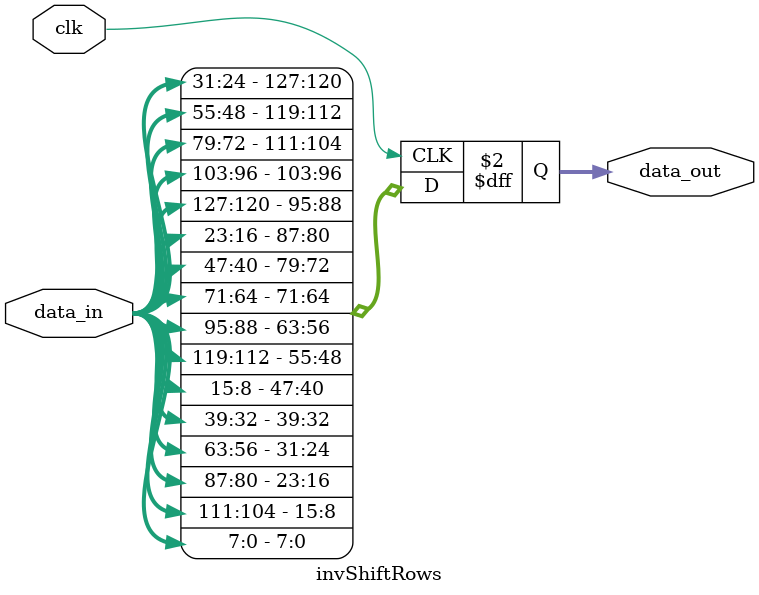
<source format=v>
`timescale 1ns / 1ps

module invShiftRows(clk, data_in, data_out);

    input clk;
    input [127:0] data_in;
    output reg [127:0] data_out;
    
    always @(posedge clk)
    begin
    
        // Row 1
        data_out[7:0]<=data_in[7:0];
        data_out[39:32]<=data_in[39:32];
        data_out[71:64]<=data_in[71:64];
        data_out[103:96]<= data_in[103:96];
        
        // Row 2
        data_out[15:8]<= data_in[111:104];
        data_out[47:40]<=data_in[15:8];
        data_out[79:72]<=data_in[47:40];
        data_out[111:104]<=data_in[79:72];
        
        // Row 3
        data_out[23:16]<=data_in[87:80];
        data_out[55:48]<=data_in[119:112];
        data_out[87:80]<=data_in[23:16];
        data_out[119:112]<=data_in[55:48];
        
        // Row 4
        data_out[31:24]<=data_in[63:56];
        data_out[63:56]<=data_in[95:88];
        data_out[95:88]<=data_in[127:120];
        data_out[127:120]<=data_in[31:24];

    end

endmodule

</source>
